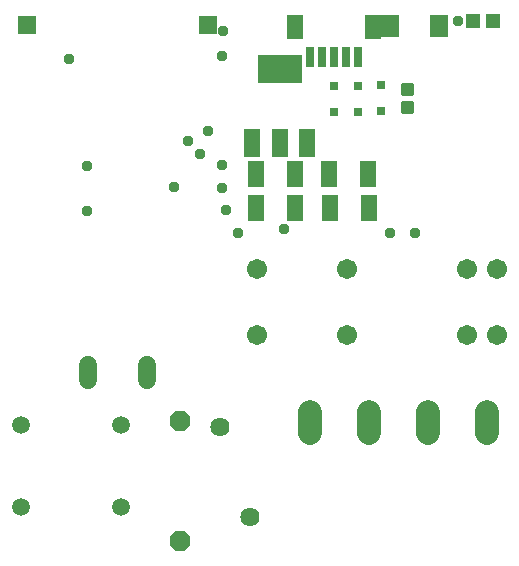
<source format=gbr>
G04 EAGLE Gerber X2 export*
%TF.Part,Single*%
%TF.FileFunction,Soldermask,Bot,1*%
%TF.FilePolarity,Negative*%
%TF.GenerationSoftware,Autodesk,EAGLE,9.1.3*%
%TF.CreationDate,2018-09-20T23:52:22Z*%
G75*
%MOMM*%
%FSLAX34Y34*%
%LPD*%
%AMOC8*
5,1,8,0,0,1.08239X$1,22.5*%
G01*
%ADD10C,1.711200*%
%ADD11C,1.511200*%
%ADD12R,1.511200X1.511200*%
%ADD13R,1.473200X2.235200*%
%ADD14R,1.203200X1.303200*%
%ADD15R,1.485800X1.903200*%
%ADD16R,1.422400X2.438400*%
%ADD17R,3.803200X2.403200*%
%ADD18C,1.625600*%
%ADD19C,1.993900*%
%ADD20P,1.869504X8X292.500000*%
%ADD21R,0.803200X0.803200*%
%ADD22R,0.803200X1.753200*%
%ADD23R,1.403200X2.003200*%
%ADD24C,0.425956*%
%ADD25C,1.511200*%
%ADD26C,0.959600*%


D10*
X224634Y179610D03*
X300834Y179610D03*
X402434Y179610D03*
X427834Y179610D03*
D11*
X81354Y154276D02*
X81354Y141196D01*
X131354Y141196D02*
X131354Y154276D01*
D12*
X29354Y441736D03*
X183354Y441736D03*
D13*
X318740Y315646D03*
X285720Y315646D03*
D14*
X407728Y445040D03*
X424728Y445040D03*
D10*
X224258Y235388D03*
X300458Y235388D03*
X402058Y235388D03*
X427458Y235388D03*
D15*
X378579Y441158D03*
X337467Y441158D03*
D16*
X266895Y342339D03*
X243781Y342339D03*
X220667Y342339D03*
D17*
X243781Y404317D03*
D18*
X218657Y25108D03*
X193257Y101308D03*
D19*
X269133Y96494D02*
X269133Y114401D01*
X319133Y114401D02*
X319133Y96494D01*
X369133Y96494D02*
X369133Y114401D01*
X419133Y114401D02*
X419133Y96494D01*
D13*
X318916Y287030D03*
X285896Y287030D03*
X223618Y287078D03*
X256638Y287078D03*
X223414Y315795D03*
X256434Y315795D03*
D20*
X159613Y106222D03*
X159613Y4622D03*
D21*
X290112Y390047D03*
X290112Y368047D03*
X310273Y390578D03*
X310273Y368578D03*
X329074Y369204D03*
X329074Y391204D03*
D22*
X309786Y415059D03*
X299786Y415059D03*
X289786Y415059D03*
X279786Y415059D03*
X269786Y415059D03*
D23*
X256786Y440309D03*
X322786Y440309D03*
D24*
X348393Y390953D02*
X348393Y384291D01*
X348393Y390953D02*
X355055Y390953D01*
X355055Y384291D01*
X348393Y384291D01*
X348393Y388338D02*
X355055Y388338D01*
X348393Y375713D02*
X348393Y369051D01*
X348393Y375713D02*
X355055Y375713D01*
X355055Y369051D01*
X348393Y369051D01*
X348393Y373098D02*
X355055Y373098D01*
D25*
X24941Y103545D03*
X108941Y103545D03*
X108941Y33545D03*
X24941Y33545D03*
D26*
X194998Y323072D03*
X247210Y269282D03*
X166294Y343522D03*
X394343Y445642D03*
X196084Y436958D03*
X208193Y266132D03*
X337308Y265509D03*
X182619Y352312D03*
X65617Y412724D03*
X357891Y265509D03*
X176519Y332759D03*
X194469Y303519D03*
X154428Y304659D03*
X194639Y415276D03*
X198239Y285595D03*
X80756Y322131D03*
X80903Y284605D03*
M02*

</source>
